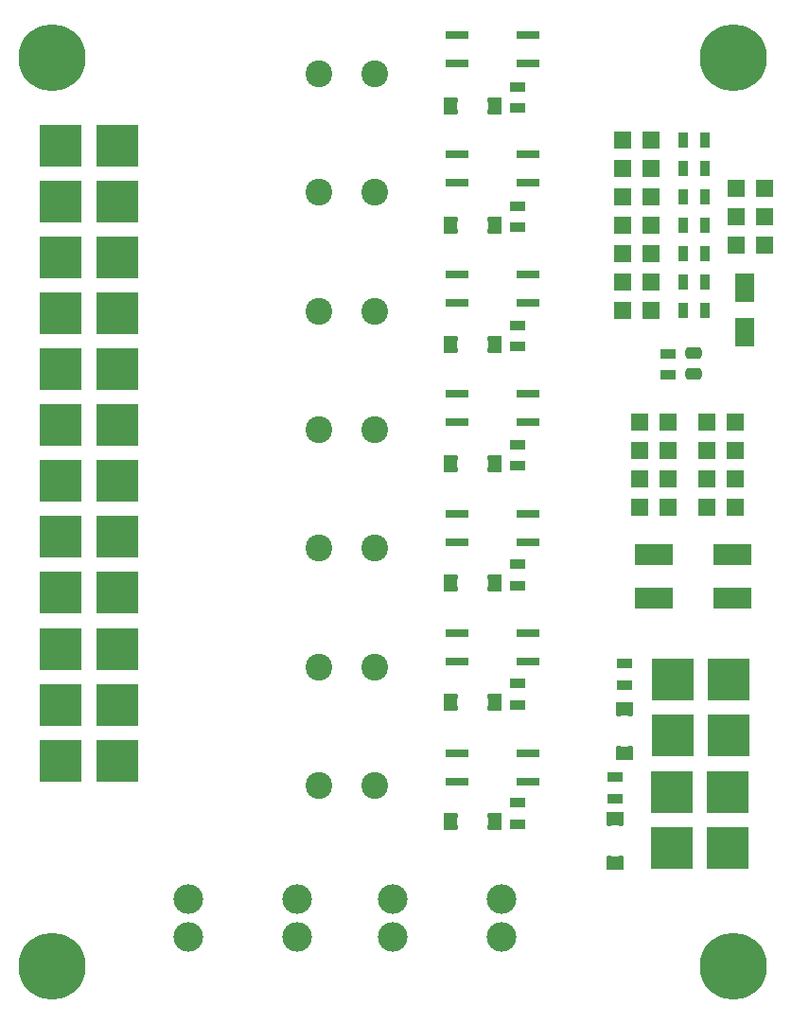
<source format=gbr>
%TF.GenerationSoftware,KiCad,Pcbnew,6.0.11+dfsg-1~bpo11+1*%
%TF.CreationDate,2023-05-26T01:19:18+00:00*%
%TF.ProjectId,ISO11446PWR01,49534f31-3134-4343-9650-575230312e6b,rev?*%
%TF.SameCoordinates,Original*%
%TF.FileFunction,Copper,L2,Bot*%
%TF.FilePolarity,Positive*%
%FSLAX46Y46*%
G04 Gerber Fmt 4.6, Leading zero omitted, Abs format (unit mm)*
G04 Created by KiCad (PCBNEW 6.0.11+dfsg-1~bpo11+1) date 2023-05-26 01:19:18*
%MOMM*%
%LPD*%
G01*
G04 APERTURE LIST*
G04 Aperture macros list*
%AMRoundRect*
0 Rectangle with rounded corners*
0 $1 Rounding radius*
0 $2 $3 $4 $5 $6 $7 $8 $9 X,Y pos of 4 corners*
0 Add a 4 corners polygon primitive as box body*
4,1,4,$2,$3,$4,$5,$6,$7,$8,$9,$2,$3,0*
0 Add four circle primitives for the rounded corners*
1,1,$1+$1,$2,$3*
1,1,$1+$1,$4,$5*
1,1,$1+$1,$6,$7*
1,1,$1+$1,$8,$9*
0 Add four rect primitives between the rounded corners*
20,1,$1+$1,$2,$3,$4,$5,0*
20,1,$1+$1,$4,$5,$6,$7,0*
20,1,$1+$1,$6,$7,$8,$9,0*
20,1,$1+$1,$8,$9,$2,$3,0*%
%AMFreePoly0*
4,1,23,0.405000,0.745865,0.430885,0.748318,0.514326,0.717475,0.576139,0.653497,0.604092,0.569043,0.592655,0.480821,0.586333,0.471118,0.535041,0.293601,0.507443,0.099107,0.507318,-0.097336,0.534670,-0.291865,0.585847,-0.469827,0.592286,-0.479814,0.603303,-0.568089,0.574948,-0.652409,0.512833,-0.716092,0.429245,-0.746538,0.405000,-0.744124,0.405000,-0.750000,-0.645000,-0.750000,
-0.645000,0.750000,0.405000,0.750000,0.405000,0.745865,0.405000,0.745865,$1*%
G04 Aperture macros list end*
%TA.AperFunction,ComponentPad*%
%ADD10R,3.810000X3.810000*%
%TD*%
%TA.AperFunction,ComponentPad*%
%ADD11C,6.000000*%
%TD*%
%TA.AperFunction,ComponentPad*%
%ADD12C,2.400000*%
%TD*%
%TA.AperFunction,ComponentPad*%
%ADD13C,2.650000*%
%TD*%
%TA.AperFunction,ComponentPad*%
%ADD14R,1.524000X1.524000*%
%TD*%
%TA.AperFunction,SMDPad,CuDef*%
%ADD15FreePoly0,180.000000*%
%TD*%
%TA.AperFunction,SMDPad,CuDef*%
%ADD16FreePoly0,0.000000*%
%TD*%
%TA.AperFunction,SMDPad,CuDef*%
%ADD17R,0.889000X1.397000*%
%TD*%
%TA.AperFunction,SMDPad,CuDef*%
%ADD18R,2.000000X0.640000*%
%TD*%
%TA.AperFunction,SMDPad,CuDef*%
%ADD19R,1.397000X0.889000*%
%TD*%
%TA.AperFunction,SMDPad,CuDef*%
%ADD20FreePoly0,90.000000*%
%TD*%
%TA.AperFunction,SMDPad,CuDef*%
%ADD21FreePoly0,270.000000*%
%TD*%
%TA.AperFunction,SMDPad,CuDef*%
%ADD22R,3.400000X1.900000*%
%TD*%
%TA.AperFunction,SMDPad,CuDef*%
%ADD23RoundRect,0.250000X-0.475000X0.250000X-0.475000X-0.250000X0.475000X-0.250000X0.475000X0.250000X0*%
%TD*%
%TA.AperFunction,SMDPad,CuDef*%
%ADD24R,1.800000X2.500000*%
%TD*%
G04 APERTURE END LIST*
D10*
%TO.P,J3,1,Pin_1*%
%TO.N,Earth*%
X15928100Y73544000D03*
X10928100Y73544000D03*
%TD*%
D11*
%TO.P,M2,1*%
%TO.N,unconnected-(M2-Pad1)*%
X71120000Y91440000D03*
%TD*%
D10*
%TO.P,J4,1,Pin_1*%
%TO.N,Right_Turn_Signal_Lamp*%
X10928100Y68544000D03*
X15928100Y68544000D03*
%TD*%
D11*
%TO.P,M4,1*%
%TO.N,unconnected-(M4-Pad1)*%
X71120000Y10160000D03*
%TD*%
D10*
%TO.P,J21,1,Pin_1*%
%TO.N,GND_Permanent*%
X65597750Y20712000D03*
X70597750Y20712000D03*
%TD*%
D12*
%TO.P,R5,1*%
%TO.N,Stop_Lamps*%
X34000000Y47544288D03*
%TO.P,R5,2*%
%TO.N,Earth*%
X39000000Y47544288D03*
%TD*%
D10*
%TO.P,J1,1,Pin_1*%
%TO.N,Left_Turn_Signal_Lamp*%
X15928100Y83544000D03*
X10928100Y83544000D03*
%TD*%
%TO.P,J19,1,Pin_1*%
%TO.N,Net-(F3-Pad1)*%
X70597750Y25712000D03*
X65597750Y25712000D03*
%TD*%
%TO.P,J7,1,Pin_1*%
%TO.N,Tail_Lamps_Left*%
X10928100Y53544000D03*
X15928100Y53544000D03*
%TD*%
D13*
%TO.P,F5,1*%
%TO.N,12V_Permanent*%
X22308000Y16178000D03*
X22308000Y12778000D03*
%TO.P,F5,2*%
%TO.N,Net-(F3-Pad1)*%
X32048000Y16178000D03*
X32048000Y12778000D03*
%TD*%
D10*
%TO.P,J13,1,Pin_1*%
%TO.N,GND_Permanent*%
X10928100Y28544000D03*
X15928100Y28544000D03*
%TD*%
D12*
%TO.P,R2,1*%
%TO.N,Rear_Fog_Lamps*%
X34000000Y79386072D03*
%TO.P,R2,2*%
%TO.N,Earth*%
X39000000Y79386072D03*
%TD*%
D10*
%TO.P,J22,1,Pin_1*%
%TO.N,GND_Switched*%
X70677000Y30812000D03*
X65677000Y30812000D03*
%TD*%
D14*
%TO.P,J15,1*%
%TO.N,Left_Turn_Signal*%
X61214000Y84074000D03*
%TO.P,J15,2*%
X63754000Y84074000D03*
%TO.P,J15,3*%
%TO.N,Rear_Fog_Signal*%
X61214000Y81534000D03*
%TO.P,J15,4*%
X63754000Y81534000D03*
%TO.P,J15,5*%
%TO.N,Right_Turn_Signal*%
X61214000Y78994000D03*
%TO.P,J15,6*%
X63754000Y78994000D03*
%TO.P,J15,7*%
%TO.N,Tail_Lamps_Right_Signal*%
X61214000Y76454000D03*
%TO.P,J15,8*%
X63754000Y76454000D03*
%TO.P,J15,9*%
%TO.N,Stop_Signal*%
X61214000Y73914000D03*
%TO.P,J15,10*%
X63754000Y73914000D03*
%TO.P,J15,11*%
%TO.N,Tail_Lamps_Left_Signal*%
X61214000Y71374000D03*
%TO.P,J15,12*%
X63754000Y71374000D03*
%TO.P,J15,13*%
%TO.N,Reversing_Signal*%
X61214000Y68834000D03*
%TO.P,J15,14*%
X63754000Y68834000D03*
%TD*%
D10*
%TO.P,J5,1,Pin_1*%
%TO.N,Tail_Lamps_Right*%
X15928100Y63544000D03*
X10928100Y63544000D03*
%TD*%
%TO.P,J9,1,Pin_1*%
%TO.N,12V_Permanent*%
X10928100Y43544000D03*
X15928100Y43544000D03*
%TD*%
D11*
%TO.P,M3,1*%
%TO.N,unconnected-(M3-Pad1)*%
X10160000Y10160000D03*
%TD*%
D12*
%TO.P,R6,1*%
%TO.N,Tail_Lamps_Left*%
X34000000Y36930360D03*
%TO.P,R6,2*%
%TO.N,Earth*%
X39000000Y36930360D03*
%TD*%
D10*
%TO.P,J20,1,Pin_1*%
%TO.N,Net-(F1-Pad1)*%
X65677000Y35812000D03*
X70677000Y35812000D03*
%TD*%
D12*
%TO.P,R1,1*%
%TO.N,Left_Turn_Signal_Lamp*%
X34000000Y90000000D03*
%TO.P,R1,2*%
%TO.N,Earth*%
X39000000Y90000000D03*
%TD*%
D10*
%TO.P,J10,1,Pin_1*%
%TO.N,12V_Switched*%
X10928100Y38544000D03*
X15928100Y38544000D03*
%TD*%
D11*
%TO.P,M1,1*%
%TO.N,unconnected-(M1-Pad1)*%
X10160000Y91440000D03*
%TD*%
D10*
%TO.P,J2,1,Pin_1*%
%TO.N,Rear_Fog_Lamps*%
X10928100Y78544000D03*
X15928100Y78544000D03*
%TD*%
D13*
%TO.P,F4,1*%
%TO.N,Net-(F1-Pad1)*%
X50336000Y12778000D03*
X50336000Y16178000D03*
%TO.P,F4,2*%
%TO.N,12V_Switched*%
X40596000Y12778000D03*
X40596000Y16178000D03*
%TD*%
D12*
%TO.P,R3,1*%
%TO.N,Right_Turn_Signal_Lamp*%
X34000000Y68772144D03*
%TO.P,R3,2*%
%TO.N,Earth*%
X39000000Y68772144D03*
%TD*%
D14*
%TO.P,J16,1*%
%TO.N,GND_Switched*%
X68730000Y58810000D03*
%TO.P,J16,2*%
X71270000Y58810000D03*
%TO.P,J16,3*%
%TO.N,Net-(F1-Pad2)*%
X68730000Y56270000D03*
%TO.P,J16,4*%
X71270000Y56270000D03*
%TO.P,J16,5*%
X68730000Y53730000D03*
%TO.P,J16,6*%
X71270000Y53730000D03*
%TO.P,J16,7*%
%TO.N,GND_Switched*%
X68730000Y51190000D03*
%TO.P,J16,8*%
X71270000Y51190000D03*
%TD*%
D12*
%TO.P,R7,1*%
%TO.N,Reversing_Lamps*%
X34000000Y26316432D03*
%TO.P,R7,2*%
%TO.N,Earth*%
X39000000Y26316432D03*
%TD*%
D10*
%TO.P,J6,1,Pin_1*%
%TO.N,Stop_Lamps*%
X10928100Y58544000D03*
X15928100Y58544000D03*
%TD*%
D14*
%TO.P,J18,1*%
%TO.N,GND_Permanent*%
X62730000Y58810000D03*
%TO.P,J18,2*%
X65270000Y58810000D03*
%TO.P,J18,3*%
%TO.N,Net-(F3-Pad2)*%
X62730000Y56270000D03*
%TO.P,J18,4*%
X65270000Y56270000D03*
%TO.P,J18,5*%
X62730000Y53730000D03*
%TO.P,J18,6*%
X65270000Y53730000D03*
%TO.P,J18,7*%
%TO.N,GND_Permanent*%
X62730000Y51190000D03*
%TO.P,J18,8*%
X65270000Y51190000D03*
%TD*%
D10*
%TO.P,J11,1,Pin_1*%
%TO.N,GND_Switched*%
X15928100Y33544000D03*
X10928100Y33544000D03*
%TD*%
D12*
%TO.P,R4,1*%
%TO.N,Tail_Lamps_Right*%
X34000000Y58158216D03*
%TO.P,R4,2*%
%TO.N,Earth*%
X39000000Y58158216D03*
%TD*%
D10*
%TO.P,J8,1,Pin_1*%
%TO.N,Reversing_Lamps*%
X10928100Y48544000D03*
X15928100Y48544000D03*
%TD*%
D14*
%TO.P,J14,1*%
%TO.N,GND*%
X73914000Y74676000D03*
%TO.P,J14,2*%
X71374000Y74676000D03*
%TO.P,J14,3*%
%TO.N,+5V*%
X73914000Y77216000D03*
%TO.P,J14,4*%
X71374000Y77216000D03*
%TO.P,J14,5*%
%TO.N,GND*%
X73914000Y79756000D03*
%TO.P,J14,6*%
X71374000Y79756000D03*
%TD*%
D15*
%TO.P,D5,1,K*%
%TO.N,Net-(D5-Pad1)*%
X49657000Y55118000D03*
D16*
%TO.P,D5,2,A*%
%TO.N,Tail_Lamps_Right*%
X45847000Y55118000D03*
%TD*%
D17*
%TO.P,R17,1*%
%TO.N,+5V*%
X68516500Y71374000D03*
%TO.P,R17,2*%
%TO.N,Tail_Lamps_Left_Signal*%
X66611500Y71374000D03*
%TD*%
D18*
%TO.P,U2,1*%
%TO.N,Net-(R11-Pad2)*%
X46380000Y80221667D03*
%TO.P,U2,2*%
%TO.N,Earth*%
X46380000Y82761667D03*
%TO.P,U2,3*%
%TO.N,GND*%
X52680000Y82761667D03*
%TO.P,U2,4*%
%TO.N,Rear_Fog_Signal*%
X52680000Y80221667D03*
%TD*%
D19*
%TO.P,C1,1*%
%TO.N,+5V*%
X65278000Y64960500D03*
%TO.P,C1,2*%
%TO.N,GND*%
X65278000Y63055500D03*
%TD*%
D17*
%TO.P,R12,1*%
%TO.N,+5V*%
X68516500Y78994000D03*
%TO.P,R12,2*%
%TO.N,Right_Turn_Signal*%
X66611500Y78994000D03*
%TD*%
D20*
%TO.P,D10,1,K*%
%TO.N,GND_Switched*%
X61338500Y29257000D03*
D21*
%TO.P,D10,2,A*%
%TO.N,Net-(D10-Pad2)*%
X61338500Y33067000D03*
%TD*%
D18*
%TO.P,U5,1*%
%TO.N,Net-(R19-Pad2)*%
X46380000Y48090668D03*
%TO.P,U5,2*%
%TO.N,Earth*%
X46380000Y50630668D03*
%TO.P,U5,3*%
%TO.N,GND*%
X52680000Y50630668D03*
%TO.P,U5,4*%
%TO.N,Stop_Signal*%
X52680000Y48090668D03*
%TD*%
D20*
%TO.P,D9,1,K*%
%TO.N,GND_Permanent*%
X60510750Y19421000D03*
D21*
%TO.P,D9,2,A*%
%TO.N,Net-(D9-Pad2)*%
X60510750Y23231000D03*
%TD*%
D19*
%TO.P,R11,1*%
%TO.N,Net-(D3-Pad1)*%
X51816000Y76252917D03*
%TO.P,R11,2*%
%TO.N,Net-(R11-Pad2)*%
X51816000Y78157917D03*
%TD*%
D18*
%TO.P,U4,1*%
%TO.N,Net-(R15-Pad2)*%
X46380000Y58801001D03*
%TO.P,U4,2*%
%TO.N,Earth*%
X46380000Y61341001D03*
%TO.P,U4,3*%
%TO.N,GND*%
X52680000Y61341001D03*
%TO.P,U4,4*%
%TO.N,Tail_Lamps_Right_Signal*%
X52680000Y58801001D03*
%TD*%
D17*
%TO.P,R8,1*%
%TO.N,+5V*%
X68516500Y84074000D03*
%TO.P,R8,2*%
%TO.N,Left_Turn_Signal*%
X66611500Y84074000D03*
%TD*%
%TO.P,R16,1*%
%TO.N,+5V*%
X68516500Y73914000D03*
%TO.P,R16,2*%
%TO.N,Stop_Signal*%
X66611500Y73914000D03*
%TD*%
D15*
%TO.P,D3,1,K*%
%TO.N,Net-(D3-Pad1)*%
X49657000Y76454000D03*
D16*
%TO.P,D3,2,A*%
%TO.N,Rear_Fog_Lamps*%
X45847000Y76454000D03*
%TD*%
D15*
%TO.P,D8,1,K*%
%TO.N,Net-(D8-Pad1)*%
X49657000Y23114000D03*
D16*
%TO.P,D8,2,A*%
%TO.N,Reversing_Lamps*%
X45847000Y23114000D03*
%TD*%
D22*
%TO.P,F3,1*%
%TO.N,Net-(F3-Pad1)*%
X64000000Y43050000D03*
%TO.P,F3,2*%
%TO.N,Net-(F3-Pad2)*%
X64000000Y46950000D03*
%TD*%
D19*
%TO.P,R15,1*%
%TO.N,Net-(D5-Pad1)*%
X51816000Y54895751D03*
%TO.P,R15,2*%
%TO.N,Net-(R15-Pad2)*%
X51816000Y56800751D03*
%TD*%
D22*
%TO.P,F1,1*%
%TO.N,Net-(F1-Pad1)*%
X71000000Y43050000D03*
%TO.P,F1,2*%
%TO.N,Net-(F1-Pad2)*%
X71000000Y46950000D03*
%TD*%
D17*
%TO.P,R13,1*%
%TO.N,+5V*%
X68516500Y76454000D03*
%TO.P,R13,2*%
%TO.N,Tail_Lamps_Right_Signal*%
X66611500Y76454000D03*
%TD*%
D19*
%TO.P,R23,1*%
%TO.N,Net-(F1-Pad1)*%
X61338500Y37194500D03*
%TO.P,R23,2*%
%TO.N,Net-(D10-Pad2)*%
X61338500Y35289500D03*
%TD*%
%TO.P,R20,1*%
%TO.N,Net-(D7-Pad1)*%
X51816000Y33538585D03*
%TO.P,R20,2*%
%TO.N,Net-(R20-Pad2)*%
X51816000Y35443585D03*
%TD*%
D15*
%TO.P,D7,1,K*%
%TO.N,Net-(D7-Pad1)*%
X49657000Y33782000D03*
D16*
%TO.P,D7,2,A*%
%TO.N,Tail_Lamps_Left*%
X45847000Y33782000D03*
%TD*%
D15*
%TO.P,D4,1,K*%
%TO.N,Net-(D4-Pad1)*%
X49657000Y65786000D03*
D16*
%TO.P,D4,2,A*%
%TO.N,Right_Turn_Signal_Lamp*%
X45847000Y65786000D03*
%TD*%
D15*
%TO.P,D6,1,K*%
%TO.N,Net-(D6-Pad1)*%
X49657000Y44450000D03*
D16*
%TO.P,D6,2,A*%
%TO.N,Stop_Lamps*%
X45847000Y44450000D03*
%TD*%
D19*
%TO.P,R22,1*%
%TO.N,Net-(F3-Pad1)*%
X60510750Y27041000D03*
%TO.P,R22,2*%
%TO.N,Net-(D9-Pad2)*%
X60510750Y25136000D03*
%TD*%
D23*
%TO.P,C2,1*%
%TO.N,+5V*%
X67564000Y65024000D03*
%TO.P,C2,2*%
%TO.N,GND*%
X67564000Y63124000D03*
%TD*%
D15*
%TO.P,D2,1,K*%
%TO.N,Net-(D2-Pad1)*%
X49657000Y87122000D03*
D16*
%TO.P,D2,2,A*%
%TO.N,Left_Turn_Signal_Lamp*%
X45847000Y87122000D03*
%TD*%
D24*
%TO.P,D1,1,K*%
%TO.N,+5V*%
X72136000Y66834000D03*
%TO.P,D1,2,A*%
%TO.N,GND*%
X72136000Y70834000D03*
%TD*%
D18*
%TO.P,U3,1*%
%TO.N,Net-(R14-Pad2)*%
X46380000Y69511334D03*
%TO.P,U3,2*%
%TO.N,Earth*%
X46380000Y72051334D03*
%TO.P,U3,3*%
%TO.N,GND*%
X52680000Y72051334D03*
%TO.P,U3,4*%
%TO.N,Right_Turn_Signal*%
X52680000Y69511334D03*
%TD*%
%TO.P,U6,1*%
%TO.N,Net-(R20-Pad2)*%
X46380000Y37380335D03*
%TO.P,U6,2*%
%TO.N,Earth*%
X46380000Y39920335D03*
%TO.P,U6,3*%
%TO.N,GND*%
X52680000Y39920335D03*
%TO.P,U6,4*%
%TO.N,Tail_Lamps_Left_Signal*%
X52680000Y37380335D03*
%TD*%
%TO.P,U1,1*%
%TO.N,Net-(R10-Pad2)*%
X46380000Y90932000D03*
%TO.P,U1,2*%
%TO.N,Earth*%
X46380000Y93472000D03*
%TO.P,U1,3*%
%TO.N,GND*%
X52680000Y93472000D03*
%TO.P,U1,4*%
%TO.N,Left_Turn_Signal*%
X52680000Y90932000D03*
%TD*%
D19*
%TO.P,R14,1*%
%TO.N,Net-(D4-Pad1)*%
X51816000Y65574334D03*
%TO.P,R14,2*%
%TO.N,Net-(R14-Pad2)*%
X51816000Y67479334D03*
%TD*%
%TO.P,R10,1*%
%TO.N,Net-(D2-Pad1)*%
X51816000Y86931500D03*
%TO.P,R10,2*%
%TO.N,Net-(R10-Pad2)*%
X51816000Y88836500D03*
%TD*%
D18*
%TO.P,U7,1*%
%TO.N,Net-(R21-Pad2)*%
X46380000Y26670000D03*
%TO.P,U7,2*%
%TO.N,Earth*%
X46380000Y29210000D03*
%TO.P,U7,3*%
%TO.N,GND*%
X52680000Y29210000D03*
%TO.P,U7,4*%
%TO.N,Reversing_Signal*%
X52680000Y26670000D03*
%TD*%
D19*
%TO.P,R19,1*%
%TO.N,Net-(D6-Pad1)*%
X51816000Y44217168D03*
%TO.P,R19,2*%
%TO.N,Net-(R19-Pad2)*%
X51816000Y46122168D03*
%TD*%
D17*
%TO.P,R18,1*%
%TO.N,+5V*%
X68516500Y68834000D03*
%TO.P,R18,2*%
%TO.N,Reversing_Signal*%
X66611500Y68834000D03*
%TD*%
%TO.P,R9,1*%
%TO.N,+5V*%
X68516500Y81534000D03*
%TO.P,R9,2*%
%TO.N,Rear_Fog_Signal*%
X66611500Y81534000D03*
%TD*%
D19*
%TO.P,R21,1*%
%TO.N,Net-(D8-Pad1)*%
X51816000Y22860000D03*
%TO.P,R21,2*%
%TO.N,Net-(R21-Pad2)*%
X51816000Y24765000D03*
%TD*%
M02*

</source>
